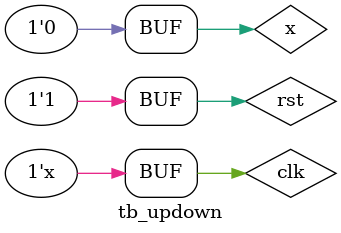
<source format=v>
`timescale 1ns / 1ps


module tb_updown();

reg clk, rst;
reg x;
wire[2:0] state;

updown tb(.clk(clk), .rst(rst), .x(x), .state(state));

initial begin
    rst=0; clk=0; #10
    rst=1; x=1; #10
    x=0; #10
    x=1; #10
    x=0; #10
    x=1; #10
    x=0; #10
    x=1; #10
    x=0; #10
    x=1; #10
    x=0; #10
    x=1; #10
    x=0; #10
    x=1; #10
    x=0; #10
    x=1; #10
    x=0; #10
    x=1; #10
    x=0; #10
    x=1; #10
    x=0; #10
    x=1; #10
    x=0; #10
    x=1; #10
    x=0; #10
    x=1; #10
    x=0; #10
    x=1; #10
    x=0; #10
    x=1; #10
    x=0; #10
    x=1; #10
    x=0; #10
    x=1; #10
    x=0;
end   
always #1 clk <= ~clk;
endmodule

</source>
